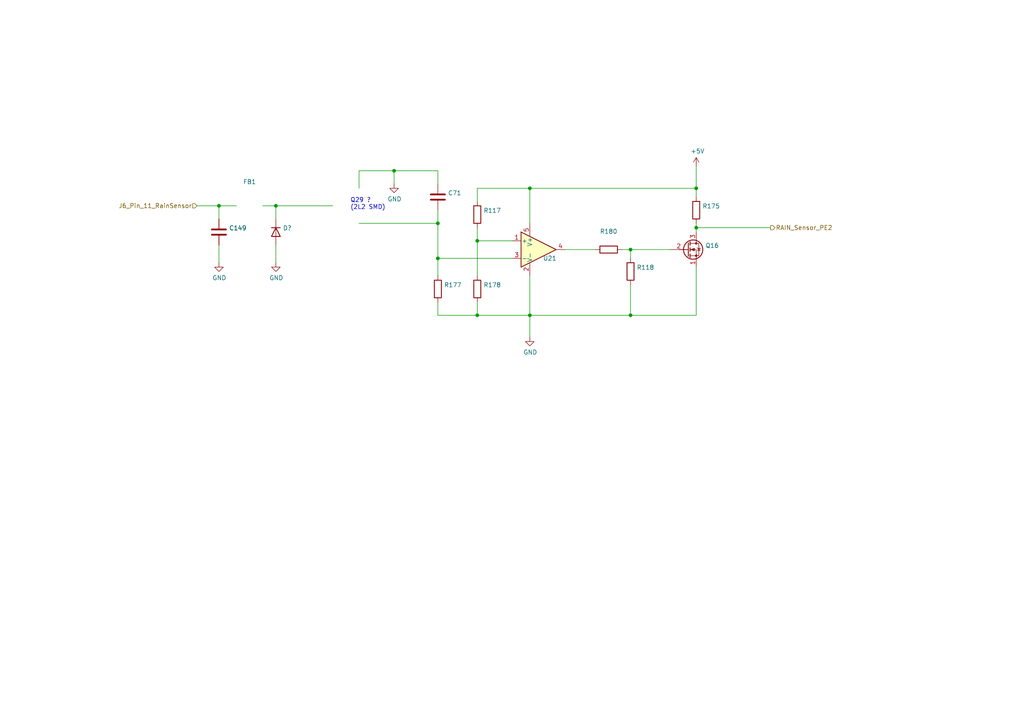
<source format=kicad_sch>
(kicad_sch (version 20211123) (generator eeschema)
  (paper "A4")
  (lib_symbols
    (symbol "Amplifier_Operational:LM321" (pin_names (offset 0.127))
      (property "Reference" "U" (at 0 7.62 0))
      (property "Value" "LM321" (at 0 5.08 0))
      (symbol "LM321_0_1"
        (polyline (pts (xy -5.08 5.08) (xy 5.08 0) (xy -5.08 -5.08) (xy -5.08 5.08)) (stroke (width 0.254)) (fill (type background)))
      )
      (symbol "LM321_1_1"
        (pin input line (at -7.62 2.54 0) (length 2.54) (name "+") (number "1"))
        (pin power_in line (at -2.54 -7.62 90) (length 3.81) (name "V-") (number "2"))
        (pin input line (at -7.62 -2.54 0) (length 2.54) (name "-") (number "3"))
        (pin output line (at 7.62 0 180) (length 2.54) (name "~") (number "4"))
        (pin power_in line (at -2.54 7.62 270) (length 3.81) (name "V+") (number "5"))
      )
    )
    (symbol "Device:C" (pin_numbers hide) (pin_names (offset 0.254))
      (property "Reference" "C" (at 0.635 2.54 0))
      (property "Value" "C" (at 0.635 -2.54 0))
      (symbol "C_0_1"
        (polyline (pts (xy -2.032 -0.762) (xy 2.032 -0.762)) (stroke (width 0.508)))
        (polyline (pts (xy -2.032 0.762) (xy 2.032 0.762)) (stroke (width 0.508)))
      )
      (symbol "C_1_1"
        (pin passive line (at 0 3.81 270) (length 2.794) (name "~") (number "1"))
        (pin passive line (at 0 -3.81 90) (length 2.794) (name "~") (number "2"))
      )
    )
    (symbol "Device:D" (pin_numbers hide) (pin_names (offset 1.016) hide)
      (property "Reference" "D" (at 0 2.54 0))
      (property "Value" "D" (at 0 -2.54 0))
      (symbol "D_0_1"
        (polyline (pts (xy -1.27 1.27) (xy -1.27 -1.27)) (stroke (width 0.254)))
        (polyline (pts (xy 1.27 0) (xy -1.27 0)))
        (polyline (pts (xy 1.27 1.27) (xy 1.27 -1.27) (xy -1.27 0) (xy 1.27 1.27)) (stroke (width 0.254)))
      )
      (symbol "D_1_1"
        (pin passive line (at -3.81 0 0) (length 2.54) (name "K") (number "1"))
        (pin passive line (at 3.81 0 180) (length 2.54) (name "A") (number "2"))
      )
    )
    (symbol "Device:Q_NMOS_SGD" (pin_names (offset 0) hide)
      (property "Reference" "Q" (at 5.08 1.27 0))
      (property "Value" "Q_NMOS_SGD" (at 5.08 -1.27 0))
      (symbol "Q_NMOS_SGD_0_1"
        (polyline (pts (xy 0.254 0) (xy -2.54 0)))
        (polyline (pts (xy 0.254 1.905) (xy 0.254 -1.905)) (stroke (width 0.254)))
        (polyline (pts (xy 0.762 -1.27) (xy 0.762 -2.286)) (stroke (width 0.254)))
        (polyline (pts (xy 0.762 0.508) (xy 0.762 -0.508)) (stroke (width 0.254)))
        (polyline (pts (xy 0.762 2.286) (xy 0.762 1.27)) (stroke (width 0.254)))
        (polyline (pts (xy 2.54 2.54) (xy 2.54 1.778)))
        (polyline (pts (xy 2.54 -2.54) (xy 2.54 0) (xy 0.762 0)))
        (polyline (pts (xy 0.762 -1.778) (xy 3.302 -1.778) (xy 3.302 1.778) (xy 0.762 1.778)))
        (polyline (pts (xy 1.016 0) (xy 2.032 0.381) (xy 2.032 -0.381) (xy 1.016 0)) (fill (type outline)))
        (polyline (pts (xy 2.794 0.508) (xy 2.921 0.381) (xy 3.683 0.381) (xy 3.81 0.254)))
        (polyline (pts (xy 3.302 0.381) (xy 2.921 -0.254) (xy 3.683 -0.254) (xy 3.302 0.381)))
        (circle (center 1.651 0) (radius 2.794) (stroke (width 0.254)))
        (circle (center 2.54 -1.778) (radius 0.254) (fill (type outline)))
        (circle (center 2.54 1.778) (radius 0.254) (fill (type outline)))
      )
      (symbol "Q_NMOS_SGD_1_1"
        (pin passive line (at 2.54 -5.08 90) (length 2.54) (name "S") (number "1"))
        (pin input line (at -5.08 0 0) (length 5.08) (name "G") (number "2"))
        (pin passive line (at 2.54 5.08 270) (length 2.54) (name "D") (number "3"))
      )
    )
    (symbol "Device:R" (pin_numbers hide) (pin_names (offset 0))
      (property "Reference" "R" (at 2.032 0 90))
      (property "Value" "R" (at 0 0 90))
      (symbol "R_0_1"
        (rectangle (start -1.016 -2.54) (end 1.016 2.54) (stroke (width 0.254)))
      )
      (symbol "R_1_1"
        (pin passive line (at 0 3.81 270) (length 1.27) (name "~") (number "1"))
        (pin passive line (at 0 -3.81 90) (length 1.27) (name "~") (number "2"))
      )
    )
    (symbol "power:+5V" (power) (pin_names (offset 0))
      (property "Value" "+5V" (at 0 3.556 0))
      (symbol "+5V_0_1"
        (polyline (pts (xy -0.762 1.27) (xy 0 2.54)))
        (polyline (pts (xy 0 0) (xy 0 2.54)))
        (polyline (pts (xy 0 2.54) (xy 0.762 1.27)))
      )
      (symbol "+5V_1_1"
        (pin power_in line (at 0 0 90) (length 0) hide (name "+5V") (number "1"))
      )
    )
    (symbol "power:GND" (power) (pin_names (offset 0))
      (property "Value" "GND" (at 0 -3.81 0))
      (symbol "GND_0_1"
        (polyline (pts (xy 0 0) (xy 0 -1.27) (xy 1.27 -1.27) (xy 0 -2.54) (xy -1.27 -1.27) (xy 0 -1.27)))
      )
      (symbol "GND_1_1"
        (pin power_in line (at 0 0 270) (length 0) hide (name "GND") (number "1"))
      )
    )
  )
  (junction (at 201.93 66.04))
  (junction (at 127 64.77))
  (junction (at 182.88 72.39))
  (junction (at 138.43 91.44))
  (junction (at 63.5 59.69))
  (junction (at 182.88 91.44))
  (junction (at 114.3 49.53))
  (junction (at 127 74.93))
  (junction (at 153.67 91.44))
  (junction (at 138.43 69.85))
  (junction (at 153.67 54.61))
  (junction (at 80.01 59.69))
  (junction (at 201.93 54.61))
  (wire (pts (xy 127 91.44) (xy 138.43 91.44)))
  (wire (pts (xy 138.43 54.61) (xy 138.43 58.42)))
  (wire (pts (xy 201.93 54.61) (xy 201.93 57.15)))
  (wire (pts (xy 194.31 72.39) (xy 182.88 72.39)))
  (wire (pts (xy 138.43 91.44) (xy 153.67 91.44)))
  (wire (pts (xy 127 80.01) (xy 127 74.93)))
  (wire (pts (xy 80.01 71.12) (xy 80.01 76.2)))
  (wire (pts (xy 172.72 72.39) (xy 163.83 72.39)))
  (wire (pts (xy 80.01 59.69) (xy 80.01 63.5)))
  (wire (pts (xy 138.43 66.04) (xy 138.43 69.85)))
  (wire (pts (xy 138.43 87.63) (xy 138.43 91.44)))
  (wire (pts (xy 114.3 49.53) (xy 127 49.53)))
  (wire (pts (xy 201.93 77.47) (xy 201.93 91.44)))
  (wire (pts (xy 201.93 66.04) (xy 201.93 67.31)))
  (wire (pts (xy 138.43 54.61) (xy 153.67 54.61)))
  (wire (pts (xy 138.43 69.85) (xy 148.59 69.85)))
  (wire (pts (xy 127 87.63) (xy 127 91.44)))
  (wire (pts (xy 153.67 80.01) (xy 153.67 91.44)))
  (wire (pts (xy 76.2 59.69) (xy 80.01 59.69)))
  (wire (pts (xy 153.67 64.77) (xy 153.67 54.61)))
  (wire (pts (xy 96.52 59.69) (xy 80.01 59.69)))
  (wire (pts (xy 127 64.77) (xy 104.14 64.77)))
  (wire (pts (xy 63.5 59.69) (xy 63.5 63.5)))
  (wire (pts (xy 201.93 48.26) (xy 201.93 54.61)))
  (wire (pts (xy 201.93 91.44) (xy 182.88 91.44)))
  (wire (pts (xy 114.3 53.34) (xy 114.3 49.53)))
  (wire (pts (xy 148.59 74.93) (xy 127 74.93)))
  (wire (pts (xy 153.67 91.44) (xy 153.67 97.79)))
  (wire (pts (xy 127 60.96) (xy 127 64.77)))
  (wire (pts (xy 138.43 80.01) (xy 138.43 69.85)))
  (wire (pts (xy 182.88 72.39) (xy 182.88 74.93)))
  (wire (pts (xy 127 64.77) (xy 127 74.93)))
  (wire (pts (xy 182.88 91.44) (xy 153.67 91.44)))
  (wire (pts (xy 104.14 54.61) (xy 104.14 49.53)))
  (wire (pts (xy 63.5 71.12) (xy 63.5 76.2)))
  (wire (pts (xy 182.88 82.55) (xy 182.88 91.44)))
  (wire (pts (xy 127 49.53) (xy 127 53.34)))
  (wire (pts (xy 223.52 66.04) (xy 201.93 66.04)))
  (wire (pts (xy 180.34 72.39) (xy 182.88 72.39)))
  (wire (pts (xy 68.58 59.69) (xy 63.5 59.69)))
  (wire (pts (xy 104.14 49.53) (xy 114.3 49.53)))
  (wire (pts (xy 57.15 59.69) (xy 63.5 59.69)))
  (wire (pts (xy 201.93 64.77) (xy 201.93 66.04)))
  (wire (pts (xy 153.67 54.61) (xy 201.93 54.61)))
  (text "Q29 ?\n(2L2 SMD)" (at 101.6 60.96 0) (effects (font (size 1.27 1.27)) (justify left bottom)))
  (hierarchical_label "RAIN_Sensor_PE2" (shape output) (at 223.52 66.04 0))
  (hierarchical_label "J6_Pin_11_RainSensor" (shape input) (at 57.15 59.69 180))
  (symbol (lib_id "Device:C") (at 63.5 67.31 0) (unit 1)
    (property "Reference" "C149" (at 66.421 66.1416 0) (effects (justify left)))
  )
  (symbol (lib_id "power:GND") (at 63.5 76.2 0) (unit 1)
    (property "Reference" "#PWR?" (effects hide))
  )
  (symbol (lib_id "Mowgli-rescue:Ferrite_Bead-Device") (at 72.39 59.69 270) (unit 1)
    (property "Reference" "FB1" (at 72.39 52.7304 90))
  )
  (symbol (lib_id "Device:R") (at 127 83.82 0) (unit 1)
    (property "Reference" "R177" (at 128.778 82.6516 0) (effects (justify left)))
  )
  (symbol (lib_id "Amplifier_Operational:LM321") (at 156.21 72.39 0) (unit 1)
    (property "Reference" "U21" (at 157.48 74.93 0) (effects (justify left)))
    (property "Datasheet" "http://www.ti.com/lit/ds/symlink/lm321.pdf" (effects hide))
  )
  (symbol (lib_id "power:GND") (at 153.67 97.79 0) (unit 1)
    (property "Reference" "#PWR?" (effects hide))
  )
  (symbol (lib_id "Device:R") (at 176.53 72.39 270) (unit 1)
    (property "Reference" "R180" (at 176.53 67.1322 90))
  )
  (symbol (lib_id "Device:R") (at 182.88 78.74 180) (unit 1)
    (property "Reference" "R118" (at 184.658 77.5716 0) (effects (justify right)))
  )
  (symbol (lib_id "Device:Q_NMOS_SGD") (at 199.39 72.39 0) (unit 1)
    (property "Reference" "Q16" (at 204.5716 71.2216 0) (effects (justify left)))
  )
  (symbol (lib_id "Device:R") (at 201.93 60.96 180) (unit 1)
    (property "Reference" "R175" (at 203.708 59.7916 0) (effects (justify right)))
  )
  (symbol (lib_id "Device:C") (at 127 57.15 0) (unit 1)
    (property "Reference" "C71" (at 129.921 55.9816 0) (effects (justify left)))
  )
  (symbol (lib_id "Device:D") (at 80.01 67.31 270) (unit 1)
    (property "Reference" "D?" (at 82.042 66.1416 90) (effects (justify left)))
  )
  (symbol (lib_id "power:GND") (at 80.01 76.2 0) (unit 1)
    (property "Reference" "#PWR?" (effects hide))
  )
  (symbol (lib_id "power:GND") (at 114.3 53.34 0) (unit 1)
    (property "Reference" "#PWR?" (effects hide))
  )
  (symbol (lib_id "Device:R") (at 138.43 83.82 0) (unit 1)
    (property "Reference" "R178" (at 140.208 82.6516 0) (effects (justify left)))
  )
  (symbol (lib_id "Device:R") (at 138.43 62.23 0) (unit 1)
    (property "Reference" "R117" (at 140.208 61.0616 0) (effects (justify left)))
  )
  (symbol (lib_id "power:+5V") (at 201.93 48.26 0) (unit 1)
    (property "Reference" "#PWR?" (effects hide))
  )
)
</source>
